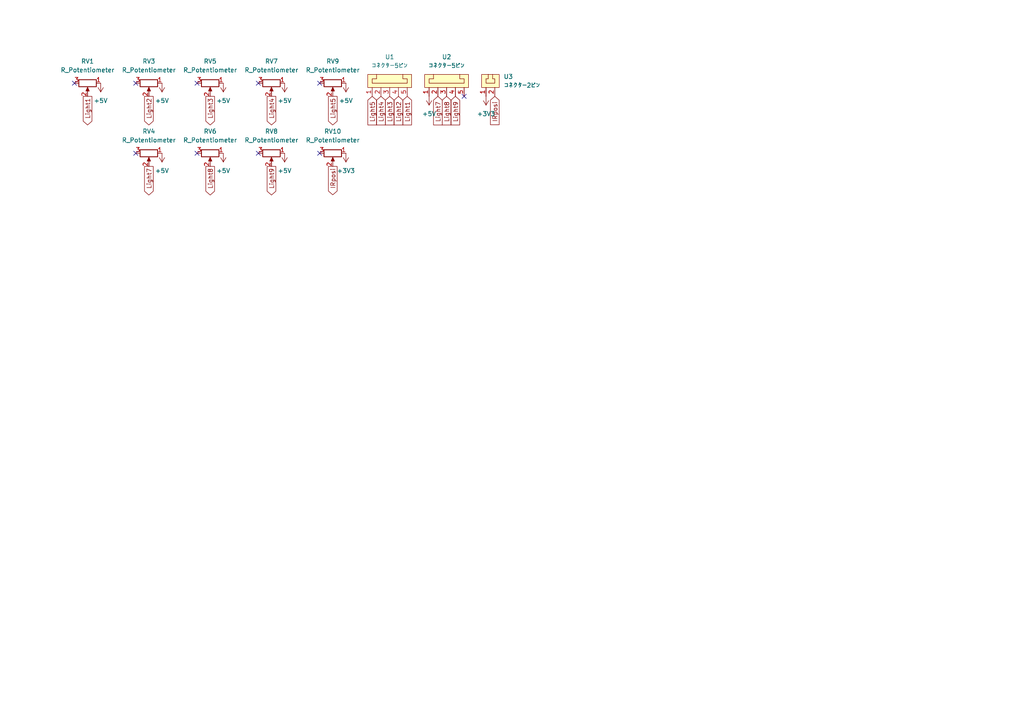
<source format=kicad_sch>
(kicad_sch (version 20211123) (generator eeschema)
  (paper "A4")
  (lib_symbols
    (symbol "Device:R_Potentiometer" (pin_names (offset 1.016) hide)
      (property "Reference" "RV" (at -4.445 0 90))
      (property "Value" "R_Potentiometer" (at -2.54 0 90))
      (symbol "R_Potentiometer_0_1"
        (polyline (pts (xy 2.54 0) (xy 1.524 0)))
        (polyline (pts (xy 1.143 0) (xy 2.286 0.508) (xy 2.286 -0.508) (xy 1.143 0)) (fill (type outline)))
        (rectangle (start 1.016 2.54) (end -1.016 -2.54) (stroke (width 0.254)))
      )
      (symbol "R_Potentiometer_1_1"
        (pin passive line (at 0 3.81 270) (length 1.27) (name "1") (number "1"))
        (pin passive line (at 3.81 0 180) (length 1.27) (name "2") (number "2"))
        (pin passive line (at 0 -3.81 90) (length 1.27) (name "3") (number "3"))
      )
    )
    (symbol "power:+3V3" (power) (pin_names (offset 0))
      (property "Value" "+3V3" (at 0 3.556 0))
      (symbol "+3V3_0_1"
        (polyline (pts (xy -0.762 1.27) (xy 0 2.54)))
        (polyline (pts (xy 0 0) (xy 0 2.54)))
        (polyline (pts (xy 0 2.54) (xy 0.762 1.27)))
      )
      (symbol "+3V3_1_1"
        (pin power_in line (at 0 0 90) (length 0) hide (name "+3V3") (number "1"))
      )
    )
    (symbol "power:+5V" (power) (pin_names (offset 0))
      (property "Value" "+5V" (at 0 3.556 0))
      (symbol "+5V_0_1"
        (polyline (pts (xy -0.762 1.27) (xy 0 2.54)))
        (polyline (pts (xy 0 0) (xy 0 2.54)))
        (polyline (pts (xy 0 2.54) (xy 0.762 1.27)))
      )
      (symbol "+5V_1_1"
        (pin power_in line (at 0 0 90) (length 0) hide (name "+5V") (number "1"))
      )
    )
    (symbol "自分のシンボルエディター:コネクター2ピン"
      (property "Reference" "U" (at 6.35 0 0))
      (property "Value" "コネクター2ピン" (at 0 0 0))
      (symbol "コネクター2ピン_0_1"
        (rectangle (start -2.54 -1.27) (end 2.54 -5.08) (fill (type background)))
        (polyline (pts (xy -0.635 -2.54) (xy -1.27 -2.54)))
        (polyline (pts (xy -0.635 -2.54) (xy -0.635 -1.27)))
        (polyline (pts (xy -1.27 -2.54) (xy -1.27 -3.81) (xy 1.27 -3.81) (xy 1.27 -2.54) (xy 0.635 -2.54) (xy 0.635 -1.27)))
      )
      (symbol "コネクター2ピン_1_1"
        (pin input line (at -1.27 -7.62 90) (length 2.54) (name "") (number "1"))
        (pin input line (at 1.27 -7.62 90) (length 2.54) (name "") (number "2"))
      )
    )
    (symbol "自分のシンボルエディター:コネクター5ピン"
      (property "Reference" "U" (at 6.35 0 0))
      (property "Value" "コネクター5ピン" (at 0 0 0))
      (symbol "コネクター5ピン_0_1"
        (rectangle (start -6.35 -1.27) (end 6.35 -5.08) (fill (type background)))
        (polyline (pts (xy -3.81 -2.54) (xy -3.81 -1.27)))
        (polyline (pts (xy -3.81 -2.54) (xy -5.08 -2.54) (xy -5.08 -3.81) (xy 5.08 -3.81) (xy 5.08 -2.54) (xy 3.81 -2.54) (xy 3.81 -1.27)))
      )
      (symbol "コネクター5ピン_1_1"
        (pin input line (at -5.08 -7.62 90) (length 2.54) (name "") (number "1"))
        (pin input line (at -2.54 -7.62 90) (length 2.54) (name "") (number "2"))
        (pin input line (at 0 -7.62 90) (length 2.54) (name "") (number "3"))
        (pin input line (at 2.54 -7.62 90) (length 2.54) (name "") (number "4"))
        (pin input line (at 5.08 -7.62 90) (length 2.54) (name "") (number "5"))
      )
    )
  )
  (no_connect (at 39.37 44.45))
  (no_connect (at 57.15 24.13))
  (no_connect (at 92.71 24.13))
  (no_connect (at 74.93 44.45))
  (no_connect (at 57.15 44.45))
  (no_connect (at 134.62 27.94))
  (no_connect (at 39.37 24.13))
  (no_connect (at 92.71 44.45))
  (no_connect (at 21.59 24.13))
  (no_connect (at 74.93 24.13))
  (global_label "Light4" (shape output) (at 78.74 27.94 270) (property "Intersheet References" "${INTERSHEET_REFS}" (effects hide)))
  (global_label "Light1" (shape input) (at 118.11 27.94 270) (property "Intersheet References" "${INTERSHEET_REFS}" (effects hide)))
  (global_label "Light2" (shape output) (at 43.18 27.94 270) (property "Intersheet References" "${INTERSHEET_REFS}" (effects hide)))
  (global_label "Light2" (shape input) (at 115.57 27.94 270) (property "Intersheet References" "${INTERSHEET_REFS}" (effects hide)))
  (global_label "Light5" (shape output) (at 96.52 27.94 270) (property "Intersheet References" "${INTERSHEET_REFS}" (effects hide)))
  (global_label "Light9" (shape output) (at 78.74 48.26 270) (property "Intersheet References" "${INTERSHEET_REFS}" (effects hide)))
  (global_label "Light7" (shape input) (at 127 27.94 270) (property "Intersheet References" "${INTERSHEET_REFS}" (effects hide)))
  (global_label "Light9" (shape input) (at 132.08 27.94 270) (property "Intersheet References" "${INTERSHEET_REFS}" (effects hide)))
  (global_label "Light8" (shape input) (at 129.54 27.94 270) (property "Intersheet References" "${INTERSHEET_REFS}" (effects hide)))
  (global_label "Light5" (shape input) (at 107.95 27.94 270) (property "Intersheet References" "${INTERSHEET_REFS}" (effects hide)))
  (global_label "Light7" (shape output) (at 43.18 48.26 270) (property "Intersheet References" "${INTERSHEET_REFS}" (effects hide)))
  (global_label "Light4" (shape input) (at 110.49 27.94 270) (property "Intersheet References" "${INTERSHEET_REFS}" (effects hide)))
  (global_label "IRposi" (shape input) (at 143.51 27.94 270) (property "Intersheet References" "${INTERSHEET_REFS}" (effects hide)))
  (global_label "Light8" (shape output) (at 60.96 48.26 270) (property "Intersheet References" "${INTERSHEET_REFS}" (effects hide)))
  (global_label "Light3" (shape output) (at 60.96 27.94 270) (property "Intersheet References" "${INTERSHEET_REFS}" (effects hide)))
  (global_label "IRposi" (shape output) (at 96.52 48.26 270) (property "Intersheet References" "${INTERSHEET_REFS}" (effects hide)))
  (global_label "Light3" (shape input) (at 113.03 27.94 270) (property "Intersheet References" "${INTERSHEET_REFS}" (effects hide)))
  (global_label "Light1" (shape output) (at 25.4 27.94 270) (property "Intersheet References" "${INTERSHEET_REFS}" (effects hide)))
  (symbol (lib_id "power:+5V") (at 64.77 44.45 180) (unit 1)
    (property "Reference" "#PWR0106" (effects hide))
    (property "Value" "+5V" (at 64.77 49.53 0))
  )
  (symbol (lib_id "power:+3V3") (at 140.97 27.94 0) (mirror x) (unit 1)
    (property "Reference" "#PWR0111" (effects hide))
    (property "Value" "+3V3" (at 140.97 33.02 0))
  )
  (symbol (lib_id "Device:R_Potentiometer") (at 43.18 44.45 270) (unit 1)
    (property "Reference" "RV4" (at 43.18 38.1 90))
    (property "Value" "R_Potentiometer" (at 43.18 40.64 90))
    (property "Footprint" "R_Potentiometer:Potentiometer" (effects hide))
  )
  (symbol (lib_id "power:+5V") (at 100.33 24.13 180) (unit 1)
    (property "Reference" "#PWR0107" (effects hide))
    (property "Value" "+5V" (at 100.33 29.21 0))
  )
  (symbol (lib_id "自分のシンボルエディター:コネクター5ピン") (at 113.03 20.32 0) (unit 1)
    (property "Reference" "U1" (at 113.03 16.51 0))
    (property "Value" "コネクター5ピン" (at 113.03 19.05 0))
    (property "Footprint" "自分のフットプリント:コネクター5ピン" (effects hide))
  )
  (symbol (lib_id "power:+5V") (at 29.21 24.13 180) (unit 1)
    (property "Reference" "#PWR0101" (effects hide))
    (property "Value" "+5V" (at 29.21 29.21 0))
  )
  (symbol (lib_id "power:+5V") (at 82.55 44.45 180) (unit 1)
    (property "Reference" "#PWR0110" (effects hide))
    (property "Value" "+5V" (at 82.55 49.53 0))
  )
  (symbol (lib_id "Device:R_Potentiometer") (at 96.52 24.13 270) (unit 1)
    (property "Reference" "RV9" (at 96.52 17.78 90))
    (property "Value" "R_Potentiometer" (at 96.52 20.32 90))
    (property "Footprint" "R_Potentiometer:Potentiometer" (effects hide))
  )
  (symbol (lib_id "power:+5V") (at 46.99 24.13 180) (unit 1)
    (property "Reference" "#PWR0104" (effects hide))
    (property "Value" "+5V" (at 46.99 29.21 0))
  )
  (symbol (lib_id "自分のシンボルエディター:コネクター5ピン") (at 129.54 20.32 0) (unit 1)
    (property "Reference" "U2" (at 129.54 16.51 0))
    (property "Value" "コネクター5ピン" (at 129.54 19.05 0))
    (property "Footprint" "自分のフットプリント:コネクター5ピン" (effects hide))
  )
  (symbol (lib_id "自分のシンボルエディター:コネクター2ピン") (at 142.24 20.32 0) (unit 1)
    (property "Reference" "U3" (at 146.05 22.2249 0) (effects (justify left)))
    (property "Value" "コネクター2ピン" (at 146.05 24.7649 0) (effects (justify left)))
    (property "Footprint" "自分のフットプリント:L字コネクター2ピン" (effects hide))
  )
  (symbol (lib_id "Device:R_Potentiometer") (at 25.4 24.13 270) (unit 1)
    (property "Reference" "RV1" (at 25.4 17.78 90))
    (property "Value" "R_Potentiometer" (at 25.4 20.32 90))
    (property "Footprint" "R_Potentiometer:Potentiometer" (effects hide))
  )
  (symbol (lib_id "Device:R_Potentiometer") (at 78.74 24.13 270) (unit 1)
    (property "Reference" "RV7" (at 78.74 17.78 90))
    (property "Value" "R_Potentiometer" (at 78.74 20.32 90))
    (property "Footprint" "R_Potentiometer:Potentiometer" (effects hide))
  )
  (symbol (lib_id "Device:R_Potentiometer") (at 78.74 44.45 270) (unit 1)
    (property "Reference" "RV8" (at 78.74 38.1 90))
    (property "Value" "R_Potentiometer" (at 78.74 40.64 90))
    (property "Footprint" "R_Potentiometer:Potentiometer" (effects hide))
  )
  (symbol (lib_id "Device:R_Potentiometer") (at 96.52 44.45 270) (unit 1)
    (property "Reference" "RV10" (at 96.52 38.1 90))
    (property "Value" "R_Potentiometer" (at 96.52 40.64 90))
    (property "Footprint" "R_Potentiometer:Potentiometer" (effects hide))
  )
  (symbol (lib_id "Device:R_Potentiometer") (at 60.96 44.45 270) (unit 1)
    (property "Reference" "RV6" (at 60.96 38.1 90))
    (property "Value" "R_Potentiometer" (at 60.96 40.64 90))
    (property "Footprint" "R_Potentiometer:Potentiometer" (effects hide))
  )
  (symbol (lib_id "power:+3V3") (at 100.33 44.45 180) (unit 1)
    (property "Reference" "#PWR0109" (effects hide))
    (property "Value" "+3V3" (at 100.33 49.53 0))
  )
  (symbol (lib_id "power:+5V") (at 64.77 24.13 180) (unit 1)
    (property "Reference" "#PWR0105" (effects hide))
    (property "Value" "+5V" (at 64.77 29.21 0))
  )
  (symbol (lib_id "Device:R_Potentiometer") (at 43.18 24.13 270) (unit 1)
    (property "Reference" "RV3" (at 43.18 17.78 90))
    (property "Value" "R_Potentiometer" (at 43.18 20.32 90))
    (property "Footprint" "R_Potentiometer:Potentiometer" (effects hide))
  )
  (symbol (lib_id "Device:R_Potentiometer") (at 60.96 24.13 270) (unit 1)
    (property "Reference" "RV5" (at 60.96 17.78 90))
    (property "Value" "R_Potentiometer" (at 60.96 20.32 90))
    (property "Footprint" "R_Potentiometer:Potentiometer" (effects hide))
  )
  (symbol (lib_id "power:+5V") (at 82.55 24.13 180) (unit 1)
    (property "Reference" "#PWR0108" (effects hide))
    (property "Value" "+5V" (at 82.55 29.21 0))
  )
  (symbol (lib_id "power:+5V") (at 46.99 44.45 180) (unit 1)
    (property "Reference" "#PWR0103" (effects hide))
    (property "Value" "+5V" (at 46.99 49.53 0))
  )
  (symbol (lib_id "power:+5V") (at 124.46 27.94 0) (mirror x) (unit 1)
    (property "Reference" "#PWR0112" (effects hide))
    (property "Value" "+5V" (at 124.46 33.02 0))
  )
)
</source>
